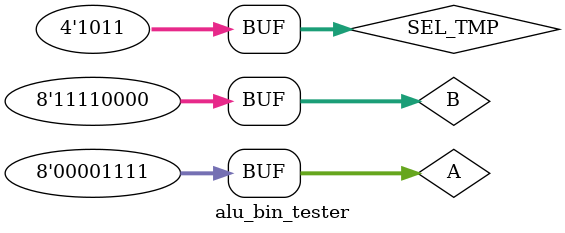
<source format=v>
module M_ALU(   output reg[7:0] ALU_OUT_TMP,
                output reg[3:0] FLAG_TMP,
                input     [7:0] A, 
                input     [7:0] B,
                input     [3:0] SEL_TMP);

    reg eq0_eval;
    reg overflow_eval;
    
    always @(A or B or SEL_TMP)
    begin
        case(SEL_TMP)
            4'h0:begin //addition
                ALU_OUT_TMP <= A + B;
                FLAG_TMP <= 4'h0 | (((A + B) % 256 == 0) ? 4'h1 : 4'h0) | ((A + B > 255) ? 4'h2 : 4'h0);
            end
            4'h1:begin//subtraction
                ALU_OUT_TMP <= A - B;
                FLAG_TMP <= 4'h0 | (((A - B) % 256 == 0) ? 4'h1 : 4'h0) | ((A < B) ? 4'h8 : 4'h0);
            end
            4'h2:begin//multiplication
                ALU_OUT_TMP <= A * B;
                FLAG_TMP <= 4'h0 | (((A * B) % 256 == 0) ? 4'h1 : 4'h0) | ((A > 8'hF || B > 8'hF) ? 4'h4 : 4'h0); //not sure abut the overflow tag
            end
            4'h3:begin//division
                if(B != 0)
                begin
                    ALU_OUT_TMP <= A / B;
                    FLAG_TMP <= 4'h0 | ((A / B == 0) ? 4'h1 : 4'h0) | ((A < B) ? 4'h8 : 4'h0);
                end
                else    //not sure if ok
                begin
                    ALU_OUT_TMP <= 255;
                    FLAG_TMP <= 4'h4;
                end
            end
            4'h4:begin//left shift
                ALU_OUT_TMP <= A << B;
                FLAG_TMP <= 4'h0 | (((A << B) % 256 == 0) ? 4'h1 : 4'h0) | ((B <= 8 && A[ 7 - (B-1)%8] == 1) ? 4'h2 : 4'h0);
            end
            4'h5:begin//right shift
                ALU_OUT_TMP <= A >> B;
                FLAG_TMP <= 4'h0 | (((A >> B) % 256 == 0) ? 4'h1 : 4'h0) | ((B <= 8 && A[ (B-1)%8 ] == 1) ? 4'h2 : 4'h0);
            end
            4'h6:begin//AND
                ALU_OUT_TMP <= A & B;
                FLAG_TMP <= 4'h0 | (((A & B) == 0) ? 4'h1 : 4'h0);
            end
            4'h7:begin//OR
                ALU_OUT_TMP <= A | B;
                FLAG_TMP <= 4'h0 | (((A | B) == 0) ? 4'h1 : 4'h0);
            end
            4'h8:begin//XOR
                ALU_OUT_TMP <= A ^ B;
                FLAG_TMP <= 4'h0 | (((A ^ B) == 0) ? 4'h1 : 4'h0);
            end
            4'h9:begin//NXOR
                ALU_OUT_TMP <= (~(A ^ B));
                FLAG_TMP <= 4'h0 | (((~(A ^ B)) == 8'h00) ? 4'h1 : 4'h0);
            end
            4'hA:begin//NAND
                ALU_OUT_TMP <= ~(A & B);
                FLAG_TMP <= 4'h0 | (((~(A & B)) == 8'h00) ? 4'h1 : 4'h0);
            end
            4'hB:begin//NOR
                ALU_OUT_TMP <= ~(A | B);
                FLAG_TMP <= 4'h0 | (((~(A | B)) == 8'h00) ? 4'h1 : 4'h0);
            end
            default:begin
                ALU_OUT_TMP <= 8'h00;
                FLAG_TMP <= 4'h0;
            end
            endcase
    end
endmodule

module alu_arith_tester();
    wire [7:0] ALU_OUT_TMP;
    wire [3:0] FLAG_TMP;
    reg  [7:0] A;
    reg  [7:0] B;
    reg  [3:0] SEL_TMP;
    M_ALU alu(ALU_OUT_TMP,FLAG_TMP,A,B,SEL_TMP);

    initial
    begin
        $display("SEL   A   B OUT FLAGS");
        $monitor("  %h %d %d %d  %b",SEL_TMP,A,B,ALU_OUT_TMP,FLAG_TMP);
        //addition testing
        SEL_TMP = 0;
        begin
            //regular addition
            A = 1;
            B = 1;

            //addition that equals to 0
#5          A = 0;
            B = 0;

            //addition that overflows
#5          A = 200;
            B = 100;

            //addition that overflows and equals to 0
#5          A = 200;
            B = 56;
        end

        //subtraction testing
#5      SEL_TMP = 1;
        begin
            //regular subtraction
            A = 5;
            B = 2;

            //subtraction that equals to 0
#5          A = 10;
            B = 10;

            //underflow subtraction
#5          A = 9;
            B = 10;

            //there is no underflow subtraction that equals to 0
            //--
        end

        //multiplication testing
#5      SEL_TMP = 2;
        begin
            //regular multiplication
            A = 10;
            B = 7;

            //multiplication that equals to 0
#5          A = 0;
            B = 0;

            //multiplication that overflows due to A
#5          A = 16;
            B = 4;
                        
            //multiplication that overflows due to B
#5          A = 4;
            B = 16;

            //multiplication that overflows and equals to 0
#5          A = 16;
            B = 16;
        end

        //division testing
#5      SEL_TMP = 3;
        begin
            //regular division
            A = 135;
            B = 5;

            //division by 0
#5          A = 11;
            B = 0;

            //underflow division
#5          A = 12;
            B = 33;

            //division of 0 - also underflows
#5          A = 0;
            B = 11;
        end

        //left shift testing
#5      SEL_TMP = 4;
        begin
            //regular left shift
            A = 12;
            B = 2;

            //shift where carry = 1
#5          A = 129;
            B = 1;

            //shift eq 0
#5          A = 128;
            B = 2;

            //shift by 0
#5          A = 12;
            B = 0;

            //shifting of 0
#5          A = 0;
            B = 11;
        end

        //right shift testing
#5      SEL_TMP = 5;
        begin
            //regular right shift
            A = 12;
            B = 2;

            //shift where carry = 1
#5          A = 24;
            B = 4;

            //shift eq 0
#5          A = 8;
            B = 5;

            //shift by 0
#5          A = 12;
            B = 0;

            //shifting of 0
#5          A = 0;
            B = 11;
        end

    end
endmodule


module alu_bin_tester();
    wire [7:0] ALU_OUT_TMP;
    wire [3:0] FLAG_TMP;
    reg  [7:0] A;
    reg  [7:0] B;
    reg  [3:0] SEL_TMP;
    M_ALU alu(ALU_OUT_TMP,FLAG_TMP,A,B,SEL_TMP);

    initial
    begin
#130    $display("SEL        A        B      OUT FLAGS");
        $monitor("  %h %b %b %b  %b",SEL_TMP,A,B,ALU_OUT_TMP,FLAG_TMP);

        //AND testing
#5      SEL_TMP = 4'h6;
        begin
            //regular
            A = 8'b11000001;
            B = 8'b00111001;

            //eq 0
#5          A = 8'b11000011;
            B = 8'b00111100;
        end

        //OR testing
#5      SEL_TMP = 4'h7;
        begin
            //regular
            A = 8'b11000001;
            B = 8'b00111001;

            //eq 0
#5          A = 8'b00000000;
            B = 8'b00000000;
        end

        //XOR testing
#5      SEL_TMP = 4'h8;
        begin
            //regular
            A = 8'b11000001;
            B = 8'b00111001;

            //eq 0
#5          A = 8'b10011000;
            B = 8'b10011000;
        end

        //NXOR testing
#5      SEL_TMP = 4'h9;
        begin
            //regular
            A = 8'b11000001;
            B = 8'b00111001;

            //eq 0
#5          A = 8'b00001111;
            B = 8'b11110000;
        end

        //NAND testing
#5      SEL_TMP = 4'hA;
        begin
            //regular
            A = 8'b11000001;
            B = 8'b00111001;

            //eq 0
#5          A = 8'b11111111;
            B = 8'b11111111;
        end

        //NOR testing
#5      SEL_TMP = 4'hB;
        begin
            //regular
            A = 8'b11000001;
            B = 8'b00111001;

            //eq 0
#5          A = 8'b00001111;
            B = 8'b11110000;
        end
    end

endmodule
</source>
